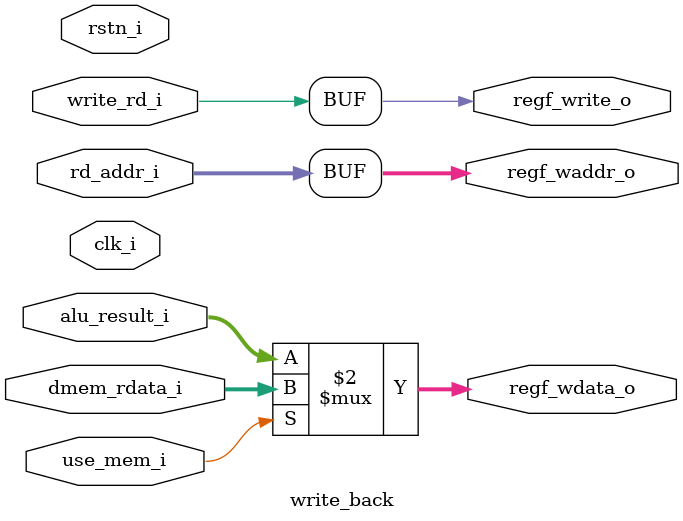
<source format=sv>

module write_back
(
    input clk_i,
    input rstn_i,
 
    // from MEM/WB
    input use_mem_i,
    input write_rd_i,
    input [4:0] rd_addr_i,
    input [31:0] alu_result_i,
    input [31:0] dmem_rdata_i,

    // WB -> Register file
    output logic regf_write_o,
    output logic [4:0] regf_waddr_o,
    output logic [31:0] regf_wdata_o
);

always_comb
begin
    regf_write_o = write_rd_i;
    regf_waddr_o = rd_addr_i;
    regf_wdata_o = use_mem_i ? dmem_rdata_i : alu_result_i;
end

endmodule: write_back
</source>
